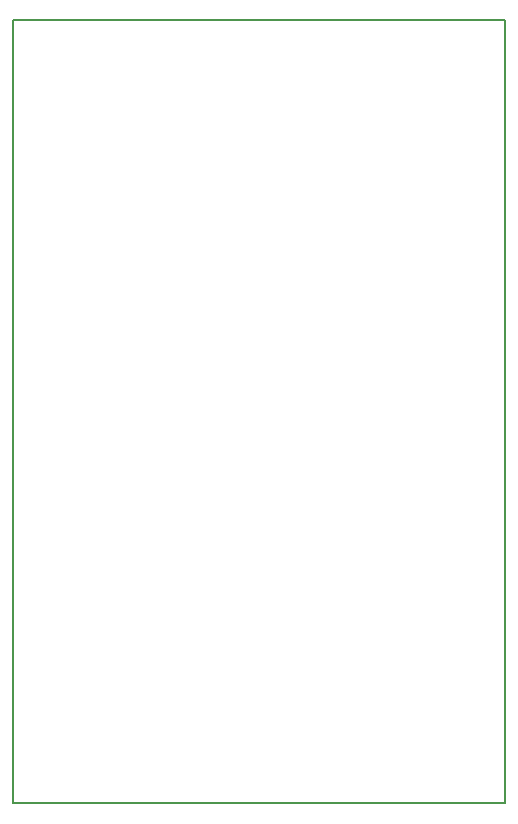
<source format=gm1>
G04 #@! TF.GenerationSoftware,KiCad,Pcbnew,5.0.2-bee76a0~70~ubuntu18.04.1*
G04 #@! TF.CreationDate,2019-04-08T15:23:50+01:00*
G04 #@! TF.ProjectId,Bump Stop,42756d70-2053-4746-9f70-2e6b69636164,rev?*
G04 #@! TF.SameCoordinates,Original*
G04 #@! TF.FileFunction,Profile,NP*
%FSLAX46Y46*%
G04 Gerber Fmt 4.6, Leading zero omitted, Abs format (unit mm)*
G04 Created by KiCad (PCBNEW 5.0.2-bee76a0~70~ubuntu18.04.1) date Mon Apr  8 15:23:50 2019*
%MOMM*%
%LPD*%
G01*
G04 APERTURE LIST*
%ADD10C,0.150000*%
G04 APERTURE END LIST*
D10*
X137160000Y-77216000D02*
X137414000Y-77216000D01*
X137160000Y-143510000D02*
X137160000Y-77216000D01*
X178816000Y-143510000D02*
X137160000Y-143510000D01*
X178816000Y-77216000D02*
X178816000Y-143510000D01*
X137414000Y-77216000D02*
X178816000Y-77216000D01*
M02*

</source>
